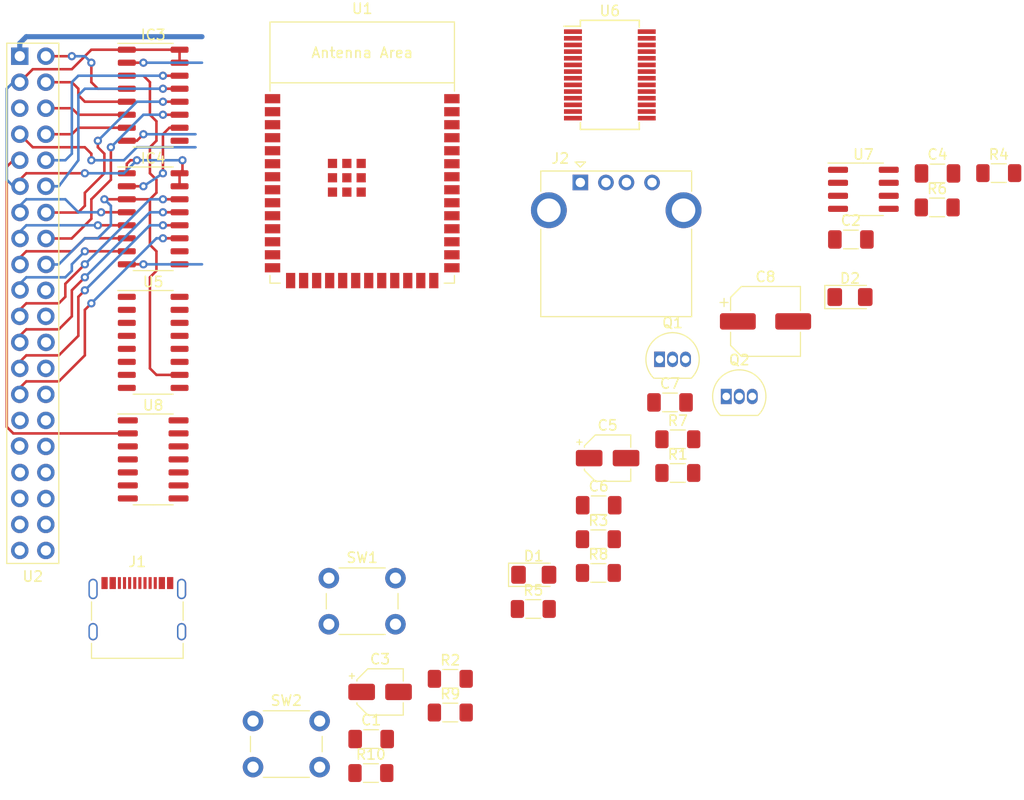
<source format=kicad_pcb>
(kicad_pcb (version 20211014) (generator pcbnew)
  (layers (0 "F.Cu" signal) (31 "B.Cu" signal) (34 "B.Paste" user) (35 "F.Paste" user) (36 "B.SilkS" user "B.Silkscreen") (37 "F.SilkS" user "F.Silkscreen") (38 "B.Mask" user) (39 "F.Mask" user) (44 "Edge.Cuts" user))
  (net 0 "")
  (net 1 "Net-(C1-Pad1)")
  (net 2 "GND")
  (net 3 "Net-(C2-Pad1)")
  (net 4 "RESET")
  (net 5 "BOOT")
  (net 6 "Net-(C5-Pad1)")
  (net 7 "+3V3")
  (net 8 "Net-(D1-Pad1)")
  (net 9 "+3.3V")
  (net 10 "Net-(D2-Pad1)")
  (net 12 "Net-(IC3-Pad10)")
  (net 15 "VBUS")
  (net 16 "Net-(J1-PadA5)")
  (net 17 "USB_DM")
  (net 18 "USB_DP")
  (net 20 "Net-(J1-PadB5)")
  (net 23 "USB_HOST_DM")
  (net 24 "USB_HOST_DP")
  (net 25 "RTS")
  (net 26 "Net-(Q1-Pad2)")
  (net 27 "DTR")
  (net 28 "Net-(Q2-Pad2)")
  (net 29 "TX_LED")
  (net 30 "RX_LED")
  (net 48 "TXD")
  (net 49 "RXD")
  (net 53 "LCD_RS")
  (net 54 "TOUCH_CS")
  (net 57 "LCD_CS")
  (net 59 "LCD_RST")
  (net 60 "+5V")
  (net 61 "SD_CS")
  (net 70 "Net-(U5-Pad5)")
  (net 98 "/DB0")
  (net 99 "/DB1")
  (net 100 "/DB2")
  (net 101 "/DB3")
  (net 102 "/DB7")
  (net 103 "/DB6")
  (net 104 "/DB5")
  (net 105 "/DB4")
  (net 106 "/DB8")
  (net 107 "/DB9")
  (net 108 "/DB10")
  (net 109 "/DB11")
  (net 110 "/DB15")
  (net 111 "/DB14")
  (net 112 "/DB13")
  (net 113 "/DB12")
  (net 114 "SPI2_MOSI")
  (net 115 "SPI2_CLK")
  (net 116 "LCD_RESET")
  (net 117 "SPI2_MISO")
  (net 118 "SPI3_MOSI")
  (net 119 "SPI3_MISO")
  (net 120 "SPI3_CLK")
  (net 121 "EEPROM_CS")
  (net 122 "LCD_WR")
  (footprint "Connector_USB:USB_C_Receptacle_Palconn_UTC16-G" (layer "F.Cu") (at 86.4 111.735)
    (fp_text reference "J1")
    (fp_text value "USB_C_Receptacle_USB2.0")
  )
  (footprint "Package_SO:SO-16_3.9x9.9mm_P1.27mm" (layer "F.Cu") (at 87.9475 73.66)
    (fp_text reference "IC4")
    (fp_text value "4094" hide)
  )
  (footprint "Custom:SSD1963" (layer "F.Cu") (at 74.93 57.785 180)
    (fp_text reference "U2")
    (fp_text value "SSD1963" hide)
  )
  (footprint "Button_Switch_THT:SW_PUSH_6mm" (layer "F.Cu") (at 105.09 108.75)
    (fp_text reference "SW1")
    (fp_text value "BOOT")
  )
  (footprint "Capacitor_SMD:CP_Elec_6.3x5.7" (layer "F.Cu") (at 147.7 83.68)
    (fp_text reference "C8")
    (fp_text value "47uF")
  )
  (footprint "Connector_USB:USB_A_CONNFLY_DS1095-WNR0" (layer "F.Cu") (at 129.63 70.115)
    (fp_text reference "J2")
    (fp_text value "USB_A")
  )
  (footprint "Capacitor_SMD:C_1206_3216Metric_Pad1.33x1.80mm_HandSolder" (layer "F.Cu") (at 109.22 124.46)
    (fp_text reference "C1")
    (fp_text value "10nF")
  )
  (footprint "Button_Switch_THT:SW_PUSH_6mm" (layer "F.Cu") (at 97.69 122.7)
    (fp_text reference "SW2")
    (fp_text value "RESET")
  )
  (footprint "Package_SO:SO-16_3.9x9.9mm_P1.27mm" (layer "F.Cu") (at 87.9475 85.725)
    (fp_text reference "U5")
    (fp_text value "4040" hide)
  )
  (footprint "Resistor_SMD:R_1206_3216Metric_Pad1.30x1.75mm_HandSolder" (layer "F.Cu") (at 170.46 69.2)
    (fp_text reference "R4")
    (fp_text value "10K")
  )
  (footprint "Capacitor_SMD:C_1206_3216Metric_Pad1.33x1.80mm_HandSolder" (layer "F.Cu") (at 138.38 91.59)
    (fp_text reference "C7")
    (fp_text value "100nF")
  )
  (footprint "Capacitor_SMD:C_1206_3216Metric_Pad1.33x1.80mm_HandSolder" (layer "F.Cu") (at 131.42 101.63)
    (fp_text reference "C6")
    (fp_text value "100nF")
  )
  (footprint "Package_SO:SSOP-28_5.3x10.2mm_P0.65mm" (layer "F.Cu") (at 132.51 59.61)
    (fp_text reference "U6")
    (fp_text value "CY7C65213-28PVXI")
  )
  (footprint "Capacitor_SMD:C_1206_3216Metric_Pad1.33x1.80mm_HandSolder" (layer "F.Cu") (at 156.03 75.68)
    (fp_text reference "C2")
    (fp_text value "10nF")
  )
  (footprint "Capacitor_SMD:C_1206_3216Metric_Pad1.33x1.80mm_HandSolder" (layer "F.Cu") (at 164.48 69.23)
    (fp_text reference "C4")
    (fp_text value "100nF")
  )
  (footprint "Package_SO:SOIC-8_3.9x4.9mm_P1.27mm" (layer "F.Cu") (at 157.25 70.78)
    (fp_text reference "U7")
    (fp_text value "M95256-WMN6P")
  )
  (footprint "Package_TO_SOT_THT:TO-92_Inline" (layer "F.Cu") (at 143.87 91.01)
    (fp_text reference "Q2")
    (fp_text value "2N3904")
  )
  (footprint "Resistor_SMD:R_1206_3216Metric_Pad1.30x1.75mm_HandSolder" (layer "F.Cu") (at 125.04 111.76)
    (fp_text reference "R5")
    (fp_text value "10K")
  )
  (footprint "Resistor_SMD:R_1206_3216Metric_Pad1.30x1.75mm_HandSolder" (layer "F.Cu") (at 164.45 72.55)
    (fp_text reference "R6")
    (fp_text value "10K")
  )
  (footprint "Package_TO_SOT_THT:TO-92_Inline" (layer "F.Cu") (at 137.36 87.38)
    (fp_text reference "Q1")
    (fp_text value "2N3904")
  )
  (footprint "Capacitor_SMD:CP_Elec_4x5.7" (layer "F.Cu") (at 110.09 119.86)
    (fp_text reference "C3")
    (fp_text value "1uF")
  )
  (footprint "Resistor_SMD:R_1206_3216Metric_Pad1.30x1.75mm_HandSolder" (layer "F.Cu") (at 139.14 95.19)
    (fp_text reference "R7")
    (fp_text value "5.1K")
  )
  (footprint "Capacitor_SMD:CP_Elec_4x5.7" (layer "F.Cu") (at 132.29 97.03)
    (fp_text reference "C5")
    (fp_text value "1uF")
  )
  (footprint "Resistor_SMD:R_1206_3216Metric_Pad1.30x1.75mm_HandSolder" (layer "F.Cu") (at 131.39 104.95)
    (fp_text reference "R3")
    (fp_text value "10K")
  )
  (footprint "Resistor_SMD:R_1206_3216Metric_Pad1.30x1.75mm_HandSolder" (layer "F.Cu") (at 139.14 98.48)
    (fp_text reference "R1")
    (fp_text value "1M")
  )
  (footprint "Resistor_SMD:R_1206_3216Metric_Pad1.30x1.75mm_HandSolder" (layer "F.Cu") (at 116.94 121.87)
    (fp_text reference "R9")
    (fp_text value "1K")
  )
  (footprint "Resistor_SMD:R_1206_3216Metric_Pad1.30x1.75mm_HandSolder" (layer "F.Cu") (at 116.94 118.58)
    (fp_text reference "R2")
    (fp_text value "1M")
  )
  (footprint "Package_SO:SO-14_3.9x8.65mm_P1.27mm" (layer "F.Cu") (at 87.9475 97.155)
    (fp_text reference "U8")
    (fp_text value "74HC04" hide)
  )
  (footprint "Espressif:ESP32-S3-WROOM-1" (layer "F.Cu") (at 108.345 70.195)
    (fp_text reference "U1")
    (fp_text value "ESP32-S3-WROOM-1")
  )
  (footprint "Resistor_SMD:R_1206_3216Metric_Pad1.30x1.75mm_HandSolder" (layer "F.Cu") (at 131.39 108.24)
    (fp_text reference "R8")
    (fp_text value "5.1K")
  )
  (footprint "LED_SMD:LED_1206_3216Metric_Pad1.42x1.75mm_HandSolder" (layer "F.Cu") (at 125.085 108.42)
    (fp_text reference "D1")
    (fp_text value "TX_LED")
  )
  (footprint "Resistor_SMD:R_1206_3216Metric_Pad1.30x1.75mm_HandSolder" (layer "F.Cu") (at 109.19 127.78)
    (fp_text reference "R10")
    (fp_text value "1K")
  )
  (footprint "Package_SO:SO-16_3.9x9.9mm_P1.27mm" (layer "F.Cu") (at 87.9475 61.595)
    (fp_text reference "IC3")
    (fp_text value "4094" hide)
  )
  (footprint "LED_SMD:LED_1206_3216Metric_Pad1.42x1.75mm_HandSolder" (layer "F.Cu") (at 155.945 81.3)
    (fp_text reference "D2")
    (fp_text value "RX_LED")
  )
  (segment (start 86.36 66.04) (end 86.995 65.405) (width 0.25) (layer "F.Cu") (net 2))
  (segment (start 85.3725 78.105) (end 86.995 78.105) (width 0.25) (layer "F.Cu") (net 2))
  (segment (start 85.3725 66.04) (end 86.36 66.04) (width 0.25) (layer "F.Cu") (net 2))
  (via (at 86.995 78.105) (size 0.8) (drill 0.4) (layers "F.Cu" "B.Cu") (net 2))
  (via (at 86.995 65.405) (size 0.8) (drill 0.4) (layers "F.Cu" "B.Cu") (net 2))
  (segment (start 74.93 56.515) (end 74.93 57.785) (width 0.5) (layer "B.Cu") (net 2))
  (segment (start 86.995 78.105) (end 92.71 78.105) (width 0.25) (layer "B.Cu") (net 2))
  (segment (start 86.995 65.405) (end 92.075 65.405) (width 0.25) (layer "B.Cu") (net 2))
  (segment (start 75.565 55.88) (end 74.93 56.515) (width 0.5) (layer "B.Cu") (net 2))
  (segment (start 92.71 55.88) (end 75.565 55.88) (width 0.5) (layer "B.Cu") (net 2))
  (segment (start 81.915 57.15) (end 85.3725 57.15) (width 0.25) (layer "F.Cu") (net 9))
  (segment (start 90.5225 58.42) (end 90.5225 57.15) (width 0.25) (layer "F.Cu") (net 9))
  (segment (start 86.36 67.945) (end 85.725 67.945) (width 0.25) (layer "F.Cu") (net 9))
  (segment (start 90.805 68.9325) (end 90.5225 69.215) (width 0.25) (layer "F.Cu") (net 9))
  (segment (start 74.954622 70.485794) (end 74.93 70.461172) (width 0.25) (layer "F.Cu") (net 9))
  (segment (start 74.93 69.85) (end 75.565 69.215) (width 0.25) (layer "F.Cu") (net 9))
  (segment (start 80.01 59.055) (end 81.915 57.15) (width 0.25) (layer "F.Cu") (net 9))
  (segment (start 85.725 67.945) (end 85.3725 68.2975) (width 0.25) (layer "F.Cu") (net 9))
  (segment (start 85.3725 57.15) (end 90.5225 57.15) (width 0.25) (layer "F.Cu") (net 9))
  (segment (start 75.565 69.215) (end 81.28 69.215) (width 0.25) (layer "F.Cu") (net 9))
  (segment (start 90.5225 69.215) (end 90.5225 70.485) (width 0.25) (layer "F.Cu") (net 9))
  (segment (start 90.805 67.945) (end 90.805 68.9325) (width 0.25) (layer "F.Cu") (net 9))
  (segment (start 76.200001 59.055) (end 80.01 59.055) (width 0.25) (layer "F.Cu") (net 9))
  (segment (start 74.930001 60.325) (end 76.200001 59.055) (width 0.25) (layer "F.Cu") (net 9))
  (segment (start 85.3725 68.2975) (end 85.3725 69.215) (width 0.25) (layer "F.Cu") (net 9))
  (segment (start 74.93 70.461172) (end 74.93 69.85) (width 0.25) (layer "F.Cu") (net 9))
  (via (at 90.805 67.945) (size 0.8) (drill 0.4) (layers "F.Cu" "B.Cu") (net 9))
  (via (at 81.28 69.215) (size 0.8) (drill 0.4) (layers "F.Cu" "B.Cu") (net 9))
  (via (at 86.36 67.945) (size 0.8) (drill 0.4) (layers "F.Cu" "B.Cu") (net 9))
  (segment (start 74.954622 70.485794) (end 74.295794 70.485794) (width 0.25) (layer "B.Cu") (net 9))
  (segment (start 73.66 69.85) (end 73.66 60.96) (width 0.25) (layer "B.Cu") (net 9))
  (segment (start 73.66 60.96) (end 74.295 60.325) (width 0.25) (layer "B.Cu") (net 9))
  (segment (start 86.36 67.945) (end 90.805 67.945) (width 0.25) (layer "B.Cu") (net 9))
  (segment (start 86.36 67.945) (end 85.09 69.215) (width 0.25) (layer "B.Cu") (net 9))
  (segment (start 74.295794 70.485794) (end 73.66 69.85) (width 0.25) (layer "B.Cu") (net 9))
  (segment (start 74.295 60.325) (end 74.930001 60.325) (width 0.25) (layer "B.Cu") (net 9))
  (segment (start 85.09 69.215) (end 81.28 69.215) (width 0.25) (layer "B.Cu") (net 9))
  (segment (start 89.535 64.77) (end 90.5225 64.77) (width 0.25) (layer "F.Cu") (net 12))
  (segment (start 85.3725 70.485) (end 86.995 70.485) (width 0.25) (layer "F.Cu") (net 12))
  (segment (start 88.9 65.405) (end 89.535 64.77) (width 0.25) (layer "F.Cu") (net 12))
  (segment (start 88.9 69.215) (end 88.9 65.405) (width 0.25) (layer "F.Cu") (net 12))
  (via (at 88.9 69.215) (size 0.8) (drill 0.4) (layers "F.Cu" "B.Cu") (net 12))
  (via (at 86.995 70.485) (size 0.8) (drill 0.4) (layers "F.Cu" "B.Cu") (net 12))
  (segment (start 88.9 69.215) (end 86.995 70.485) (width 0.25) (layer "B.Cu") (net 12))
  (segment (start 76.2 66.675) (end 81.28 66.675) (width 0.25) (layer "F.Cu") (net 53))
  (segment (start 74.93 65.405) (end 76.2 66.675) (width 0.25) (layer "F.Cu") (net 53))
  (segment (start 81.28 66.675) (end 81.915 67.31) (width 0.25) (layer "F.Cu") (net 53))
  (segment (start 81.915 67.31) (end 81.915 67.945) (width 0.25) (layer "F.Cu") (net 53))
  (via (at 81.915 67.945) (size 0.8) (drill 0.4) (layers "F.Cu" "B.Cu") (net 53))
  (segment (start 86.36 66.675) (end 92.075 66.675) (width 0.25) (layer "B.Cu") (net 53))
  (segment (start 81.915 67.945) (end 85.09 67.945) (width 0.25) (layer "B.Cu") (net 53))
  (segment (start 85.09 67.945) (end 86.36 66.675) (width 0.25) (layer "B.Cu") (net 53))
  (segment (start 82.55 60.96) (end 81.915 60.325) (width 0.25) (layer "F.Cu") (net 98))
  (segment (start 81.915 60.325) (end 81.915 58.42) (width 0.25) (layer "F.Cu") (net 98))
  (segment (start 77.47 57.785) (end 80.01 57.785) (width 0.25) (layer "F.Cu") (net 98))
  (segment (start 85.3725 60.96) (end 82.55 60.96) (width 0.25) (layer "F.Cu") (net 98))
  (via (at 81.915 58.42) (size 0.8) (drill 0.4) (layers "F.Cu" "B.Cu") (net 98))
  (via (at 80.01 57.785) (size 0.8) (drill 0.4) (layers "F.Cu" "B.Cu") (net 98))
  (segment (start 80.01 57.785) (end 81.28 57.785) (width 0.25) (layer "B.Cu") (net 98))
  (segment (start 81.28 57.785) (end 81.915 58.42) (width 0.25) (layer "B.Cu") (net 98))
  (segment (start 80.01 60.325) (end 80.645 60.96) (width 0.25) (layer "F.Cu") (net 99))
  (segment (start 80.645 60.96) (end 80.645 61.595) (width 0.25) (layer "F.Cu") (net 99))
  (segment (start 81.28 62.23) (end 85.3725 62.23) (width 0.25) (layer "F.Cu") (net 99))
  (segment (start 80.645 61.595) (end 81.28 62.23) (width 0.25) (layer "F.Cu") (net 99))
  (segment (start 77.47 60.325) (end 80.01 60.325) (width 0.25) (layer "F.Cu") (net 99))
  (segment (start 80.645 63.5) (end 85.3725 63.5) (width 0.25) (layer "F.Cu") (net 100))
  (segment (start 80.01 62.865) (end 80.645 63.5) (width 0.25) (layer "F.Cu") (net 100))
  (segment (start 77.47 62.865) (end 80.01 62.865) (width 0.25) (layer "F.Cu") (net 100))
  (segment (start 85.3725 64.77) (end 80.645 64.77) (width 0.25) (layer "F.Cu") (net 101))
  (segment (start 80.01 65.405) (end 77.47 65.405) (width 0.25) (layer "F.Cu") (net 101))
  (segment (start 80.645 64.77) (end 80.01 65.405) (width 0.25) (layer "F.Cu") (net 101))
  (segment (start 83.82 69.85) (end 83.82 66.675) (width 0.25) (layer "F.Cu") (net 102))
  (segment (start 77.49065 75.582473) (end 79.992527 75.582473) (width 0.25) (layer "F.Cu") (net 102))
  (segment (start 81.915 71.755) (end 83.82 69.85) (width 0.25) (layer "F.Cu") (net 102))
  (segment (start 90.5225 63.5) (end 88.9 63.5) (width 0.25) (layer "F.Cu") (net 102))
  (segment (start 79.992527 75.582473) (end 81.915 73.66) (width 0.25) (layer "F.Cu") (net 102))
  (segment (start 81.915 73.66) (end 81.915 71.755) (width 0.25) (layer "F.Cu") (net 102))
  (via (at 83.82 66.675) (size 0.8) (drill 0.4) (layers "F.Cu" "B.Cu") (net 102))
  (via (at 88.9 63.5) (size 0.8) (drill 0.4) (layers "F.Cu" "B.Cu") (net 102))
  (segment (start 86.995 63.5) (end 88.9 63.5) (width 0.25) (layer "B.Cu") (net 102))
  (segment (start 83.82 66.675) (end 86.995 63.5) (width 0.25) (layer "B.Cu") (net 102))
  (segment (start 83.185 69.215) (end 83.185 67.31) (width 0.25) (layer "F.Cu") (net 103))
  (segment (start 81.28 71.12) (end 83.185 69.215) (width 0.25) (layer "F.Cu") (net 103))
  (segment (start 90.5225 62.23) (end 88.9 62.23) (width 0.25) (layer "F.Cu") (net 103))
  (segment (start 81.28 72.39) (end 81.28 71.12) (width 0.25) (layer "F.Cu") (net 103))
  (segment (start 82.55 66.675) (end 82.55 66.04) (width 0.25) (layer "F.Cu") (net 103))
  (segment (start 83.185 67.31) (end 82.55 66.675) (width 0.25) (layer "F.Cu") (net 103))
  (segment (start 80.623555 73.046445) (end 81.28 72.39) (width 0.25) (layer "F.Cu") (net 103))
  (segment (start 77.49065 73.046445) (end 80.623555 73.046445) (width 0.25) (layer "F.Cu") (net 103))
  (via (at 88.9 62.23) (size 0.8) (drill 0.4) (layers "F.Cu" "B.Cu") (net 103))
  (via (at 82.55 66.04) (size 0.8) (drill 0.4) (layers "F.Cu" "B.Cu") (net 103))
  (segment (start 82.55 66.04) (end 86.36 62.23) (width 0.25) (layer "B.Cu") (net 103))
  (segment (start 86.36 62.23) (end 88.9 62.23) (width 0.25) (layer "B.Cu") (net 103))
  (segment (start 90.5225 60.96) (end 88.9 60.96) (width 0.25) (layer "F.Cu") (net 104))
  (via (at 88.9 60.96) (size 0.8) (drill 0.4) (layers "F.Cu" "B.Cu") (net 104))
  (segment (start 77.47 70.485) (end 78.74 70.485) (width 0.25) (layer "B.Cu") (net 104))
  (segment (start 81.28 60.96) (end 88.9 60.96) (width 0.25) (layer "B.Cu") (net 104))
  (segment (start 80.645 61.595) (end 81.28 60.96) (width 0.25) (layer "B.Cu") (net 104))
  (segment (start 80.645 67.945) (end 80.645 61.595) (width 0.25) (layer "B.Cu") (net 104))
  (segment (start 78.74 70.485) (end 80.645 67.945) (width 0.25) (layer "B.Cu") (net 104))
  (segment (start 90.5225 59.69) (end 88.9 59.69) (width 0.25) (layer "F.Cu") (net 105))
  (via (at 88.9 59.69) (size 0.8) (drill 0.4) (layers "F.Cu" "B.Cu") (net 105))
  (segment (start 80.645 59.69) (end 88.9 59.69) (width 0.25) (layer "B.Cu") (net 105))
  (segment (start 80.01 60.325) (end 80.645 59.69) (width 0.25) (layer "B.Cu") (net 105))
  (segment (start 77.47 67.945) (end 79.375 67.945) (width 0.25) (layer "B.Cu") (net 105))
  (segment (start 80.01 67.31) (end 80.01 60.325) (width 0.25) (layer "B.Cu") (net 105))
  (segment (start 79.375 67.945) (end 80.01 67.31) (width 0.25) (layer "B.Cu") (net 105))
  (segment (start 85.3725 73.025) (end 82.8675 73.025) (width 0.25) (layer "F.Cu") (net 106))
  (via (at 82.8675 73.025) (size 0.8) (drill 0.4) (layers "F.Cu" "B.Cu") (net 106))
  (segment (start 75.565 71.755) (end 74.954622 72.365378) (width 0.25) (layer "B.Cu") (net 106))
  (segment (start 80.645 73.025) (end 82.8675 73.025) (width 0.25) (layer "B.Cu") (net 106))
  (segment (start 74.954622 72.365378) (end 74.954622 73.046445) (width 0.25) (layer "B.Cu") (net 106))
  (segment (start 80.645 73.025) (end 79.375 71.755) (width 0.25) (layer "B.Cu") (net 106))
  (segment (start 79.375 71.755) (end 75.565 71.755) (width 0.25) (layer "B.Cu") (net 106))
  (segment (start 85.3725 74.295) (end 82.55 74.295) (width 0.25) (layer "F.Cu") (net 107))
  (via (at 82.55 74.295) (size 0.8) (drill 0.4) (layers "F.Cu" "B.Cu") (net 107))
  (segment (start 74.954622 74.905378) (end 74.954622 75.582473) (width 0.25) (layer "B.Cu") (net 107))
  (segment (start 75.565 74.295) (end 74.954622 74.905378) (width 0.25) (layer "B.Cu") (net 107))
  (segment (start 82.55 74.295) (end 75.565 74.295) (width 0.25) (layer "B.Cu") (net 107))
  (segment (start 74.954622 77.494622) (end 74.93 77.47) (width 0.25) (layer "F.Cu") (net 108))
  (segment (start 75.565 76.835) (end 80.01 76.835) (width 0.25) (layer "F.Cu") (net 108))
  (segment (start 81.28 75.565) (end 85.3725 75.565) (width 0.25) (layer "F.Cu") (net 108))
  (segment (start 74.954622 78.118502) (end 74.954622 77.494622) (width 0.25) (layer "F.Cu") (net 108))
  (segment (start 74.93 77.47) (end 75.565 76.835) (width 0.25) (layer "F.Cu") (net 108))
  (segment (start 80.01 76.835) (end 81.28 75.565) (width 0.25) (layer "F.Cu") (net 108))
  (segment (start 74.954622 77.445378) (end 74.954622 78.118502) (width 0.25) (layer "B.Cu") (net 108))
  (segment (start 85.3725 76.835) (end 81.28 76.835) (width 0.25) (layer "F.Cu") (net 109))
  (via (at 81.28 76.835) (size 0.8) (drill 0.4) (layers "F.Cu" "B.Cu") (net 109))
  (segment (start 74.954622 79.985378) (end 75.565 79.375) (width 0.25) (layer "B.Cu") (net 109))
  (segment (start 80.01 78.105) (end 81.28 76.835) (width 0.25) (layer "B.Cu") (net 109))
  (segment (start 75.565 79.375) (end 79.375 79.375) (width 0.25) (layer "B.Cu") (net 109))
  (segment (start 80.01 78.74) (end 80.01 78.105) (width 0.25) (layer "B.Cu") (net 109))
  (segment (start 79.375 79.375) (end 80.01 78.74) (width 0.25) (layer "B.Cu") (net 109))
  (segment (start 74.954622 80.605287) (end 74.954622 79.985378) (width 0.25) (layer "B.Cu") (net 109))
  (segment (start 74.93 90.805) (end 74.93 90.17) (width 0.25) (layer "F.Cu") (net 110))
  (segment (start 74.93 90.17) (end 75.565 89.535) (width 0.25) (layer "F.Cu") (net 110))
  (segment (start 81.28 86.995) (end 81.28 82.55) (width 0.25) (layer "F.Cu") (net 110))
  (segment (start 88.9 75.565) (end 90.5225 75.565) (width 0.25) (layer "F.Cu") (net 110))
  (segment (start 75.565 89.535) (end 78.74 89.535) (width 0.25) (layer "F.Cu") (net 110))
  (segment (start 78.74 89.535) (end 81.28 86.995) (width 0.25) (layer "F.Cu") (net 110))
  (segment (start 81.28 82.55) (end 81.915 81.915) (width 0.25) (layer "F.Cu") (net 110))
  (via (at 88.9 75.565) (size 0.8) (drill 0.4) (layers "F.Cu" "B.Cu") (net 110))
  (via (at 81.915 81.915) (size 0.8) (drill 0.4) (layers "F.Cu" "B.Cu") (net 110))
  (segment (start 81.915 81.915) (end 88.265 75.565) (width 0.25) (layer "B.Cu") (net 110))
  (segment (start 88.265 75.565) (end 88.9 75.565) (width 0.25) (layer "B.Cu") (net 110))
  (segment (start 74.93 87.63) (end 75.565 86.995) (width 0.25) (layer "F.Cu") (net 111))
  (segment (start 80.645 85.09) (end 80.645 81.28) (width 0.25) (layer "F.Cu") (net 111))
  (segment (start 74.93 88.265) (end 74.93 87.63) (width 0.25) (layer "F.Cu") (net 111))
  (segment (start 75.565 86.995) (end 78.74 86.995) (width 0.25) (layer "F.Cu") (net 111))
  (segment (start 78.74 86.995) (end 80.645 85.09) (width 0.25) (layer "F.Cu") (net 111))
  (segment (start 90.5225 74.295) (end 88.9 74.295) (width 0.25) (layer "F.Cu") (net 111))
  (segment (start 80.645 81.28) (end 81.28 80.645) (width 0.25) (layer "F.Cu") (net 111))
  (via (at 88.9 74.295) (size 0.8) (drill 0.4) (layers "F.Cu" "B.Cu") (net 111))
  (via (at 81.28 80.645) (size 0.8) (drill 0.4) (layers "F.Cu" "B.Cu") (net 111))
  (segment (start 87.63 74.295) (end 88.9 74.295) (width 0.25) (layer "B.Cu") (net 111))
  (segment (start 81.28 80.645) (end 87.63 74.295) (width 0.25) (layer "B.Cu") (net 111))
  (segment (start 88.9 73.025) (end 90.5225 73.025) (width 0.25) (layer "F.Cu") (net 112))
  (segment (start 80.01 83.185) (end 80.01 80.645) (width 0.25) (layer "F.Cu") (net 112))
  (segment (start 75.565 84.455) (end 78.74 84.455) (width 0.25) (layer "F.Cu") (net 112))
  (segment (start 80.01 80.645) (end 81.28 79.375) (width 0.25) (layer "F.Cu") (net 112))
  (segment (start 74.93 85.725) (end 74.93 85.09) (width 0.25) (layer "F.Cu") (net 112))
  (segment (start 74.93 85.09) (end 75.565 84.455) (width 0.25) (layer "F.Cu") (net 112))
  (segment (start 78.74 84.455) (end 80.01 83.185) (width 0.25) (layer "F.Cu") (net 112))
  (via (at 81.28 79.375) (size 0.8) (drill 0.4) (layers "F.Cu" "B.Cu") (net 112))
  (via (at 88.9 73.025) (size 0.8) (drill 0.4) (layers "F.Cu" "B.Cu") (net 112))
  (segment (start 87.63 73.025) (end 88.9 73.025) (width 0.25) (layer "B.Cu") (net 112))
  (segment (start 81.28 79.375) (end 87.63 73.025) (width 0.25) (layer "B.Cu") (net 112))
  (segment (start 79.375 81.28) (end 79.375 80.01) (width 0.25) (layer "F.Cu") (net 113))
  (segment (start 74.93 82.55) (end 75.565 81.915) (width 0.25) (layer "F.Cu") (net 113))
  (segment (start 75.565 81.915) (end 78.74 81.915) (width 0.25) (layer "F.Cu") (net 113))
  (segment (start 78.74 81.915) (end 79.375 81.28) (width 0.25) (layer "F.Cu") (net 113))
  (segment (start 79.375 80.01) (end 81.28 78.105) (width 0.25) (layer "F.Cu") (net 113))
  (segment (start 90.5225 71.755) (end 88.9 71.755) (width 0.25) (layer "F.Cu") (net 113))
  (segment (start 74.93 83.185) (end 74.93 82.55) (width 0.25) (layer "F.Cu") (net 113))
  (via (at 88.9 71.755) (size 0.8) (drill 0.4) (layers "F.Cu" "B.Cu") (net 113))
  (via (at 81.28 78.105) (size 0.8) (drill 0.4) (layers "F.Cu" "B.Cu") (net 113))
  (segment (start 81.28 78.105) (end 87.63 71.755) (width 0.25) (layer "B.Cu") (net 113))
  (segment (start 87.63 71.755) (end 88.9 71.755) (width 0.25) (layer "B.Cu") (net 113))
  (segment (start 85.3725 58.42) (end 86.995 58.42) (width 0.25) (layer "F.Cu") (net 114))
  (via (at 86.995 58.42) (size 0.8) (drill 0.4) (layers "F.Cu" "B.Cu") (net 114))
  (segment (start 86.995 58.42) (end 92.71 58.42) (width 0.25) (layer "B.Cu") (net 114))
  (segment (start 87.63 71.755) (end 85.3725 71.755) (width 0.25) (layer "F.Cu") (net 115))
  (segment (start 88.265 64.135) (end 87.63 63.5) (width 0.25) (layer "F.Cu") (net 115))
  (segment (start 87.63 79.375) (end 88.265 78.74) (width 0.25) (layer "F.Cu") (net 115))
  (segment (start 86.995 59.69) (end 87.63 60.325) (width 0.25) (layer "F.Cu") (net 115))
  (segment (start 85.3725 71.755) (end 83.185 71.755) (width 0.25) (layer "F.Cu") (net 115))
  (segment (start 88.265 69.85) (end 87.63 69.215) (width 0.25) (layer "F.Cu") (net 115))
  (segment (start 88.265 76.835) (end 87.63 76.2) (width 0.25) (layer "F.Cu") (net 115))
  (segment (start 87.63 71.755) (end 88.265 71.12) (width 0.25) (layer "F.Cu") (net 115))
  (segment (start 87.63 88.265) (end 87.63 79.375) (width 0.25) (layer "F.Cu") (net 115))
  (segment (start 88.265 66.04) (end 88.265 64.135) (width 0.25) (layer "F.Cu") (net 115))
  (segment (start 88.265 78.74) (end 88.265 76.835) (width 0.25) (layer "F.Cu") (net 115))
  (segment (start 87.63 88.265) (end 88.265 88.9) (width 0.25) (layer "F.Cu") (net 115))
  (segment (start 87.63 66.675) (end 88.265 66.04) (width 0.25) (layer "F.Cu") (net 115))
  (segment (start 85.3725 59.69) (end 86.995 59.69) (width 0.25) (layer "F.Cu") (net 115))
  (segment (start 88.265 88.9) (end 90.5225 88.9) (width 0.25) (layer "F.Cu") (net 115))
  (segment (start 88.265 71.12) (end 88.265 69.85) (width 0.25) (layer "F.Cu") (net 115))
  (segment (start 87.63 69.215) (end 87.63 66.675) (width 0.25) (layer "F.Cu") (net 115))
  (segment (start 87.63 63.5) (end 87.63 60.325) (width 0.25) (layer "F.Cu") (net 115))
  (segment (start 87.63 76.2) (end 87.63 71.755) (width 0.25) (layer "F.Cu") (net 115))
  (via (at 83.185 71.755) (size 0.8) (drill 0.4) (layers "F.Cu" "B.Cu") (net 115))
  (segment (start 78.726498 78.118502) (end 81.28 75.565) (width 0.25) (layer "B.Cu") (net 115))
  (segment (start 81.28 75.565) (end 82.55 75.565) (width 0.25) (layer "B.Cu") (net 115))
  (segment (start 77.49065 78.118502) (end 78.726498 78.118502) (width 0.25) (layer "B.Cu") (net 115))
  (segment (start 83.82 72.39) (end 83.185 71.755) (width 0.25) (layer "B.Cu") (net 115))
  (segment (start 83.82 74.295) (end 83.82 72.39) (width 0.25) (layer "B.Cu") (net 115))
  (segment (start 82.55 75.565) (end 83.82 74.295) (width 0.25) (layer "B.Cu") (net 115))
  (segment (start 74.295 94.615) (end 85.4725 94.615) (width 0.25) (layer "F.Cu") (net 122))
  (segment (start 74.93 67.945) (end 74.295 67.945) (width 0.25) (layer "F.Cu") (net 122))
  (segment (start 73.66 93.98) (end 74.295 94.615) (width 0.25) (layer "F.Cu") (net 122))
  (segment (start 73.66 68.58) (end 73.66 93.98) (width 0.25) (layer "F.Cu") (net 122))
  (segment (start 74.295 67.945) (end 73.66 68.58) (width 0.25) (layer "F.Cu") (net 122))
)
</source>
